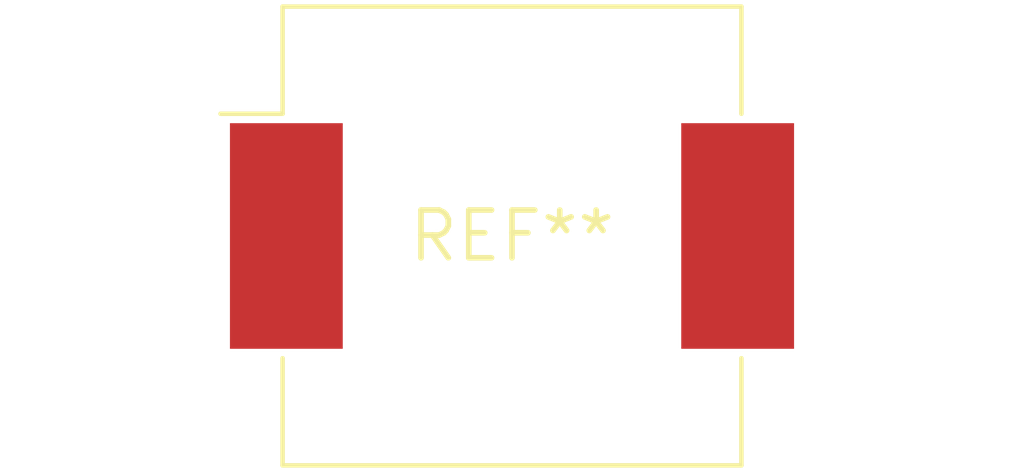
<source format=kicad_pcb>
(kicad_pcb (version 20240108) (generator pcbnew)
  (layers (0 "F.Cu" signal) (31 "B.Cu" signal) (34 "B.Paste" user) (35 "F.Paste" user) (36 "B.SilkS" user "B.Silkscreen") (37 "F.SilkS" user "F.Silkscreen") (38 "B.Mask" user) (39 "F.Mask" user) (44 "Edge.Cuts" user))
  (net 0 "")
  (footprint "Buzzer_Mallory_AST1240MLQ" (layer "F.Cu") (at 0 0)
    (property "Reference" "REF**")
    (property "Value" "Buzzer_Mallory_AST1240MLQ")
    (fp_line (start -6.1 -6.1) (end 6.1 -6.1) (layer "F.SilkS") (stroke (width 0.12)))
    (fp_line (start -6.1 -3.25) (end -7.75 -3.25) (layer "F.SilkS") (stroke (width 0.12)))
    (fp_line (start -6.1 -3.25) (end -6.1 -6.1) (layer "F.SilkS") (stroke (width 0.12)))
    (fp_line (start -6.1 6.1) (end -6.1 3.25) (layer "F.SilkS") (stroke (width 0.12)))
    (fp_line (start 6.1 -6.1) (end 6.1 -3.25) (layer "F.SilkS") (stroke (width 0.12)))
    (fp_line (start 6.1 3.25) (end 6.1 6.1) (layer "F.SilkS") (stroke (width 0.12)))
    (fp_line (start 6.1 6.1) (end -6.1 6.1) (layer "F.SilkS") (stroke (width 0.12)))
    (pad "1" smd rect (at -6 0) (size 3 6) (layers "F.Cu" "F.Paste" "F.Mask"))
    (pad "2" smd rect (at 6 0) (size 3 6) (layers "F.Cu" "F.Paste" "F.Mask"))
  )
)
</source>
